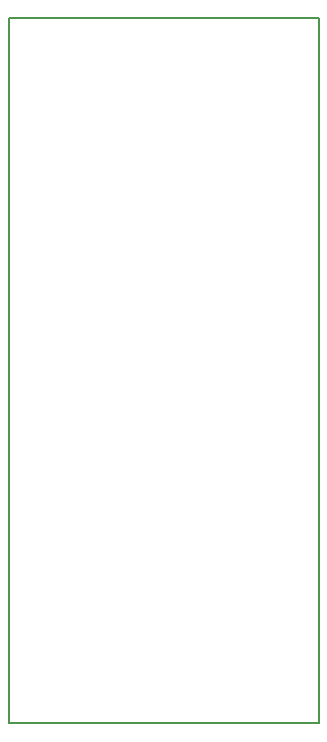
<source format=gm1>
G04 #@! TF.GenerationSoftware,KiCad,Pcbnew,(2017-06-25 revision 6a3c1720b)-makepkg*
G04 #@! TF.CreationDate,2017-08-03T12:33:03-04:00*
G04 #@! TF.ProjectId,pmt-transimpedance-amplifier_small_con,706D742D7472616E73696D706564616E,rev?*
G04 #@! TF.SameCoordinates,Original
G04 #@! TF.FileFunction,Profile,NP*
%FSLAX46Y46*%
G04 Gerber Fmt 4.6, Leading zero omitted, Abs format (unit mm)*
G04 Created by KiCad (PCBNEW (2017-06-25 revision 6a3c1720b)-makepkg) date 08/03/17 12:33:03*
%MOMM*%
%LPD*%
G01*
G04 APERTURE LIST*
%ADD10C,0.100000*%
%ADD11C,0.150000*%
G04 APERTURE END LIST*
D10*
D11*
X201000000Y-126250000D02*
X201000000Y-66525000D01*
X227250000Y-126250000D02*
X201000000Y-126250000D01*
X227250000Y-66525000D02*
X227250000Y-126250000D01*
X201000000Y-66525000D02*
X227250000Y-66525000D01*
M02*

</source>
